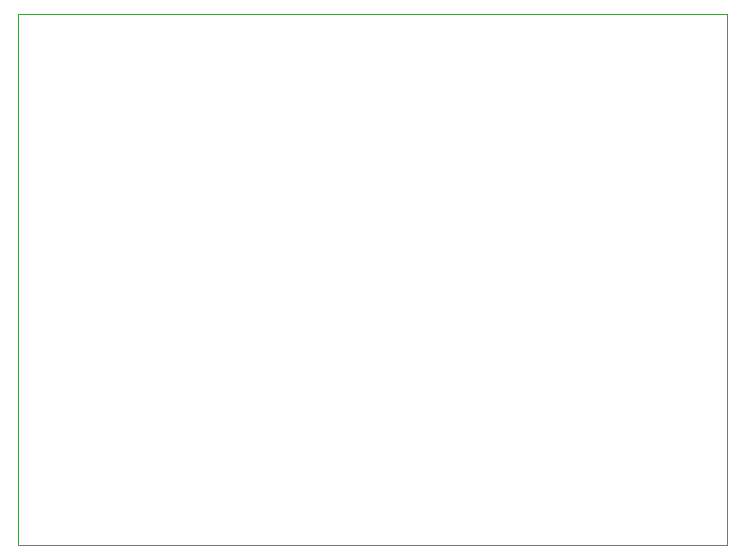
<source format=gbr>
G04 #@! TF.GenerationSoftware,KiCad,Pcbnew,(5.1.5)-3*
G04 #@! TF.CreationDate,2020-02-01T18:30:38+01:00*
G04 #@! TF.ProjectId,STMBLBreakout,53544d42-4c42-4726-9561-6b6f75742e6b,rev?*
G04 #@! TF.SameCoordinates,PX2faf080PY8f0d180*
G04 #@! TF.FileFunction,Profile,NP*
%FSLAX46Y46*%
G04 Gerber Fmt 4.6, Leading zero omitted, Abs format (unit mm)*
G04 Created by KiCad (PCBNEW (5.1.5)-3) date 2020-02-01 18:30:38*
%MOMM*%
%LPD*%
G04 APERTURE LIST*
%ADD10C,0.050000*%
G04 APERTURE END LIST*
D10*
X0Y45000000D02*
X0Y0D01*
X60000000Y45000000D02*
X0Y45000000D01*
X60000000Y0D02*
X60000000Y45000000D01*
X0Y0D02*
X60000000Y0D01*
M02*

</source>
